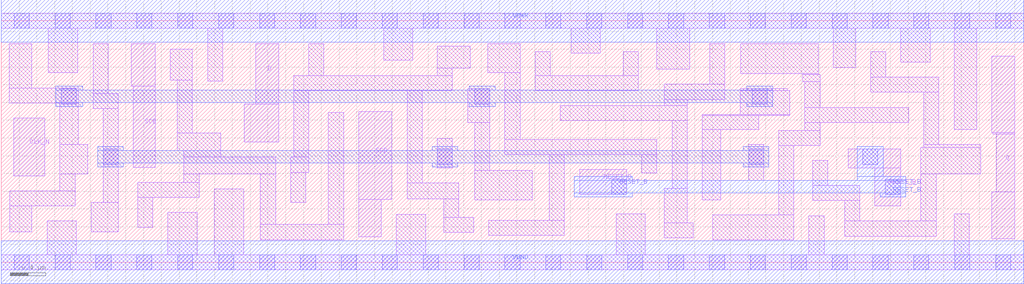
<source format=lef>
# Copyright 2020 The SkyWater PDK Authors
#
# Licensed under the Apache License, Version 2.0 (the "License");
# you may not use this file except in compliance with the License.
# You may obtain a copy of the License at
#
#     https://www.apache.org/licenses/LICENSE-2.0
#
# Unless required by applicable law or agreed to in writing, software
# distributed under the License is distributed on an "AS IS" BASIS,
# WITHOUT WARRANTIES OR CONDITIONS OF ANY KIND, either express or implied.
# See the License for the specific language governing permissions and
# limitations under the License.
#
# SPDX-License-Identifier: Apache-2.0

VERSION 5.7 ;
  NAMESCASESENSITIVE ON ;
  NOWIREEXTENSIONATPIN ON ;
  DIVIDERCHAR "/" ;
  BUSBITCHARS "[]" ;
UNITS
  DATABASE MICRONS 200 ;
END UNITS
MACRO sky130_fd_sc_hd__sdfrtn_1
  CLASS CORE ;
  SOURCE USER ;
  FOREIGN sky130_fd_sc_hd__sdfrtn_1 ;
  ORIGIN  0.000000  0.000000 ;
  SIZE  11.50000 BY  2.720000 ;
  SYMMETRY X Y R90 ;
  SITE unithd ;
  PIN D
    ANTENNAGATEAREA  0.144000 ;
    DIRECTION INPUT ;
    USE SIGNAL ;
    PORT
      LAYER li1 ;
        RECT 2.735000 1.355000 3.120000 1.785000 ;
        RECT 2.865000 1.785000 3.120000 2.465000 ;
    END
  END D
  PIN Q
    ANTENNADIFFAREA  0.429000 ;
    DIRECTION OUTPUT ;
    USE SIGNAL ;
    PORT
      LAYER li1 ;
        RECT 11.140000 0.265000 11.400000 0.795000 ;
        RECT 11.140000 1.460000 11.400000 2.325000 ;
        RECT 11.150000 1.445000 11.400000 1.460000 ;
        RECT 11.190000 0.795000 11.400000 1.445000 ;
    END
  END Q
  PIN RESET_B
    ANTENNAGATEAREA  0.252000 ;
    DIRECTION INPUT ;
    USE SIGNAL ;
    PORT
      LAYER li1 ;
        RECT 6.505000 0.765000 7.035000 1.045000 ;
      LAYER mcon ;
        RECT 6.865000 0.765000 7.035000 0.935000 ;
    END
    PORT
      LAYER li1 ;
        RECT 9.525000 1.065000 10.115000 1.275000 ;
        RECT 9.825000 0.635000 10.115000 1.065000 ;
      LAYER mcon ;
        RECT 9.690000 1.105000  9.860000 1.275000 ;
        RECT 9.945000 0.765000 10.115000 0.935000 ;
    END
    PORT
      LAYER met1 ;
        RECT 6.445000 0.735000  7.095000 0.780000 ;
        RECT 6.445000 0.780000 10.175000 0.920000 ;
        RECT 6.445000 0.920000  7.095000 0.965000 ;
        RECT 9.630000 0.920000 10.175000 0.965000 ;
        RECT 9.630000 0.965000  9.920000 1.305000 ;
        RECT 9.885000 0.735000 10.175000 0.780000 ;
    END
  END RESET_B
  PIN SCD
    ANTENNAGATEAREA  0.156600 ;
    DIRECTION INPUT ;
    USE SIGNAL ;
    PORT
      LAYER li1 ;
        RECT 4.020000 0.285000 4.275000 0.710000 ;
        RECT 4.020000 0.710000 4.395000 1.700000 ;
    END
  END SCD
  PIN SCE
    ANTENNAGATEAREA  0.435000 ;
    DIRECTION INPUT ;
    USE SIGNAL ;
    PORT
      LAYER li1 ;
        RECT 1.465000 1.985000 1.730000 2.465000 ;
        RECT 1.485000 1.070000 1.730000 1.985000 ;
    END
  END SCE
  PIN CLK_N
    ANTENNAGATEAREA  0.247500 ;
    DIRECTION INPUT ;
    USE CLOCK ;
    PORT
      LAYER li1 ;
        RECT 0.140000 0.975000 0.490000 1.625000 ;
    END
  END CLK_N
  PIN VGND
    DIRECTION INOUT ;
    SHAPE ABUTMENT ;
    USE GROUND ;
    PORT
      LAYER met1 ;
        RECT 0.000000 -0.240000 11.500000 0.240000 ;
    END
  END VGND
  PIN VPWR
    DIRECTION INOUT ;
    SHAPE ABUTMENT ;
    USE POWER ;
    PORT
      LAYER met1 ;
        RECT 0.000000 2.480000 11.500000 2.960000 ;
    END
  END VPWR
  OBS
    LAYER li1 ;
      RECT  0.000000 -0.085000 11.500000 0.085000 ;
      RECT  0.000000  2.635000 11.500000 2.805000 ;
      RECT  0.090000  1.795000  0.865000 1.965000 ;
      RECT  0.090000  1.965000  0.345000 2.465000 ;
      RECT  0.095000  0.345000  0.345000 0.635000 ;
      RECT  0.095000  0.635000  0.835000 0.805000 ;
      RECT  0.515000  0.085000  0.845000 0.465000 ;
      RECT  0.530000  2.135000  0.860000 2.635000 ;
      RECT  0.660000  0.805000  0.835000 0.995000 ;
      RECT  0.660000  0.995000  0.975000 1.325000 ;
      RECT  0.660000  1.325000  0.865000 1.795000 ;
      RECT  1.015000  0.345000  1.315000 0.675000 ;
      RECT  1.035000  1.730000  1.315000 1.900000 ;
      RECT  1.035000  1.900000  1.205000 2.465000 ;
      RECT  1.145000  0.675000  1.315000 1.730000 ;
      RECT  1.535000  0.395000  1.705000 0.730000 ;
      RECT  1.535000  0.730000  2.225000 0.900000 ;
      RECT  1.875000  0.085000  2.205000 0.560000 ;
      RECT  1.900000  2.055000  2.150000 2.400000 ;
      RECT  1.980000  1.260000  2.470000 1.455000 ;
      RECT  1.980000  1.455000  2.150000 2.055000 ;
      RECT  2.055000  0.900000  2.225000 0.995000 ;
      RECT  2.055000  0.995000  3.085000 1.185000 ;
      RECT  2.055000  1.185000  2.470000 1.260000 ;
      RECT  2.320000  2.040000  2.490000 2.635000 ;
      RECT  2.395000  0.085000  2.725000 0.825000 ;
      RECT  2.915000  0.255000  3.850000 0.425000 ;
      RECT  2.915000  0.425000  3.085000 0.995000 ;
      RECT  3.255000  0.675000  3.425000 1.015000 ;
      RECT  3.255000  1.015000  3.460000 1.185000 ;
      RECT  3.290000  1.185000  3.460000 1.935000 ;
      RECT  3.290000  1.935000  5.075000 2.105000 ;
      RECT  3.460000  2.105000  3.630000 2.465000 ;
      RECT  3.680000  0.425000  3.850000 1.685000 ;
      RECT  4.300000  2.275000  4.630000 2.635000 ;
      RECT  4.445000  0.085000  4.775000 0.540000 ;
      RECT  4.565000  0.715000  5.145000 0.895000 ;
      RECT  4.565000  0.895000  4.735000 1.935000 ;
      RECT  4.905000  1.065000  5.075000 1.395000 ;
      RECT  4.905000  2.105000  5.075000 2.185000 ;
      RECT  4.905000  2.185000  5.275000 2.435000 ;
      RECT  4.975000  0.335000  5.315000 0.505000 ;
      RECT  4.975000  0.505000  5.145000 0.715000 ;
      RECT  5.245000  1.575000  5.495000 1.955000 ;
      RECT  5.325000  0.705000  5.975000 1.035000 ;
      RECT  5.325000  1.035000  5.495000 1.575000 ;
      RECT  5.470000  2.135000  5.835000 2.465000 ;
      RECT  5.485000  0.305000  6.335000 0.475000 ;
      RECT  5.665000  1.215000  7.375000 1.385000 ;
      RECT  5.665000  1.385000  5.835000 2.135000 ;
      RECT  6.005000  1.935000  7.165000 2.105000 ;
      RECT  6.005000  2.105000  6.175000 2.375000 ;
      RECT  6.165000  0.475000  6.335000 1.215000 ;
      RECT  6.285000  1.595000  7.715000 1.765000 ;
      RECT  6.410000  2.355000  6.740000 2.635000 ;
      RECT  6.915000  0.085000  7.245000 0.545000 ;
      RECT  6.995000  2.105000  7.165000 2.375000 ;
      RECT  7.205000  1.005000  7.375000 1.215000 ;
      RECT  7.375000  2.175000  7.745000 2.635000 ;
      RECT  7.455000  0.275000  7.785000 0.445000 ;
      RECT  7.455000  0.445000  7.715000 0.835000 ;
      RECT  7.455000  1.765000  7.715000 1.835000 ;
      RECT  7.455000  1.835000  8.140000 2.005000 ;
      RECT  7.545000  0.835000  7.715000 1.595000 ;
      RECT  7.885000  0.705000  8.095000 1.495000 ;
      RECT  7.885000  1.495000  8.520000 1.655000 ;
      RECT  7.885000  1.655000  8.870000 1.665000 ;
      RECT  7.970000  2.005000  8.140000 2.465000 ;
      RECT  8.005000  0.255000  8.915000 0.535000 ;
      RECT  8.310000  1.665000  8.870000 1.935000 ;
      RECT  8.310000  1.935000  8.840000 1.955000 ;
      RECT  8.320000  2.125000  9.190000 2.465000 ;
      RECT  8.405000  0.920000  8.575000 1.325000 ;
      RECT  8.745000  0.535000  8.915000 1.315000 ;
      RECT  8.745000  1.315000  9.210000 1.485000 ;
      RECT  9.015000  2.035000  9.210000 2.115000 ;
      RECT  9.015000  2.115000  9.190000 2.125000 ;
      RECT  9.040000  1.485000  9.210000 1.575000 ;
      RECT  9.040000  1.575000 10.205000 1.745000 ;
      RECT  9.040000  1.745000  9.210000 2.035000 ;
      RECT  9.085000  0.085000  9.255000 0.525000 ;
      RECT  9.125000  0.695000  9.655000 0.865000 ;
      RECT  9.125000  0.865000  9.295000 1.145000 ;
      RECT  9.360000  2.195000  9.610000 2.635000 ;
      RECT  9.485000  0.295000 10.515000 0.465000 ;
      RECT  9.485000  0.465000  9.655000 0.695000 ;
      RECT  9.780000  1.915000 10.545000 2.085000 ;
      RECT  9.780000  2.085000  9.950000 2.375000 ;
      RECT 10.120000  2.255000 10.450000 2.635000 ;
      RECT 10.345000  0.465000 10.515000 0.995000 ;
      RECT 10.345000  0.995000 11.020000 1.295000 ;
      RECT 10.375000  1.295000 11.020000 1.325000 ;
      RECT 10.375000  1.325000 10.545000 1.915000 ;
      RECT 10.720000  0.085000 10.890000 0.545000 ;
      RECT 10.720000  1.495000 10.970000 2.635000 ;
    LAYER mcon ;
      RECT  0.145000 -0.085000  0.315000 0.085000 ;
      RECT  0.145000  2.635000  0.315000 2.805000 ;
      RECT  0.605000 -0.085000  0.775000 0.085000 ;
      RECT  0.605000  2.635000  0.775000 2.805000 ;
      RECT  0.675000  1.785000  0.845000 1.955000 ;
      RECT  1.065000 -0.085000  1.235000 0.085000 ;
      RECT  1.065000  2.635000  1.235000 2.805000 ;
      RECT  1.145000  1.105000  1.315000 1.275000 ;
      RECT  1.525000 -0.085000  1.695000 0.085000 ;
      RECT  1.525000  2.635000  1.695000 2.805000 ;
      RECT  1.985000 -0.085000  2.155000 0.085000 ;
      RECT  1.985000  2.635000  2.155000 2.805000 ;
      RECT  2.445000 -0.085000  2.615000 0.085000 ;
      RECT  2.445000  2.635000  2.615000 2.805000 ;
      RECT  2.905000 -0.085000  3.075000 0.085000 ;
      RECT  2.905000  2.635000  3.075000 2.805000 ;
      RECT  3.365000 -0.085000  3.535000 0.085000 ;
      RECT  3.365000  2.635000  3.535000 2.805000 ;
      RECT  3.825000 -0.085000  3.995000 0.085000 ;
      RECT  3.825000  2.635000  3.995000 2.805000 ;
      RECT  4.285000 -0.085000  4.455000 0.085000 ;
      RECT  4.285000  2.635000  4.455000 2.805000 ;
      RECT  4.745000 -0.085000  4.915000 0.085000 ;
      RECT  4.745000  2.635000  4.915000 2.805000 ;
      RECT  4.905000  1.105000  5.075000 1.275000 ;
      RECT  5.205000 -0.085000  5.375000 0.085000 ;
      RECT  5.205000  2.635000  5.375000 2.805000 ;
      RECT  5.325000  1.785000  5.495000 1.955000 ;
      RECT  5.665000 -0.085000  5.835000 0.085000 ;
      RECT  5.665000  2.635000  5.835000 2.805000 ;
      RECT  6.125000 -0.085000  6.295000 0.085000 ;
      RECT  6.125000  2.635000  6.295000 2.805000 ;
      RECT  6.585000 -0.085000  6.755000 0.085000 ;
      RECT  6.585000  2.635000  6.755000 2.805000 ;
      RECT  7.045000 -0.085000  7.215000 0.085000 ;
      RECT  7.045000  2.635000  7.215000 2.805000 ;
      RECT  7.505000 -0.085000  7.675000 0.085000 ;
      RECT  7.505000  2.635000  7.675000 2.805000 ;
      RECT  7.965000 -0.085000  8.135000 0.085000 ;
      RECT  7.965000  2.635000  8.135000 2.805000 ;
      RECT  8.405000  1.105000  8.575000 1.275000 ;
      RECT  8.425000 -0.085000  8.595000 0.085000 ;
      RECT  8.425000  2.635000  8.595000 2.805000 ;
      RECT  8.445000  1.785000  8.615000 1.955000 ;
      RECT  8.885000 -0.085000  9.055000 0.085000 ;
      RECT  8.885000  2.635000  9.055000 2.805000 ;
      RECT  9.345000 -0.085000  9.515000 0.085000 ;
      RECT  9.345000  2.635000  9.515000 2.805000 ;
      RECT  9.805000 -0.085000  9.975000 0.085000 ;
      RECT  9.805000  2.635000  9.975000 2.805000 ;
      RECT 10.265000 -0.085000 10.435000 0.085000 ;
      RECT 10.265000  2.635000 10.435000 2.805000 ;
      RECT 10.725000 -0.085000 10.895000 0.085000 ;
      RECT 10.725000  2.635000 10.895000 2.805000 ;
      RECT 11.185000 -0.085000 11.355000 0.085000 ;
      RECT 11.185000  2.635000 11.355000 2.805000 ;
    LAYER met1 ;
      RECT 0.615000 1.755000 0.915000 1.800000 ;
      RECT 0.615000 1.800000 8.675000 1.940000 ;
      RECT 0.615000 1.940000 0.915000 1.985000 ;
      RECT 1.085000 1.075000 1.375000 1.120000 ;
      RECT 1.085000 1.120000 8.635000 1.260000 ;
      RECT 1.085000 1.260000 1.375000 1.305000 ;
      RECT 4.845000 1.075000 5.135000 1.120000 ;
      RECT 4.845000 1.260000 5.135000 1.305000 ;
      RECT 5.265000 1.755000 5.555000 1.800000 ;
      RECT 5.265000 1.940000 5.555000 1.985000 ;
      RECT 8.345000 1.075000 8.635000 1.120000 ;
      RECT 8.345000 1.260000 8.635000 1.305000 ;
      RECT 8.385000 1.755000 8.675000 1.800000 ;
      RECT 8.385000 1.940000 8.675000 1.985000 ;
  END
END sky130_fd_sc_hd__sdfrtn_1

</source>
